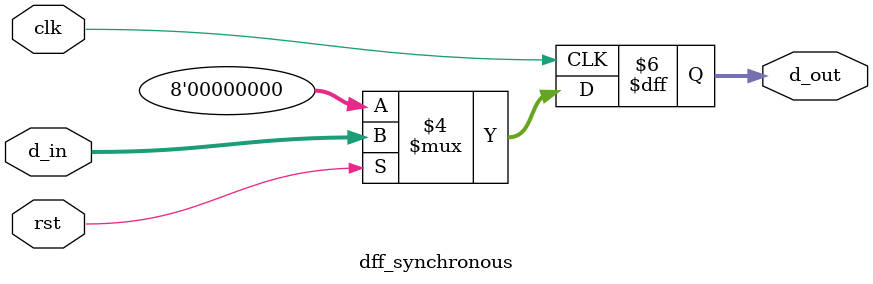
<source format=v>
`timescale 1ns / 1ps


`define INCLUDE_RST
module dff_synchronous(
    input clk,
    `ifdef INCLUDE_RST
        input rst,
    `endif
    input [7:0] d_in,
    output reg [7:0] d_out
    );
    
    always @(posedge clk)
    begin   
    `ifdef INCLUDE_RST
        if(!rst)
        begin
            d_out <= 8'b0;
        end
     `endif
        else
        begin
            d_out <= d_in;
         end 
    end
endmodule

</source>
